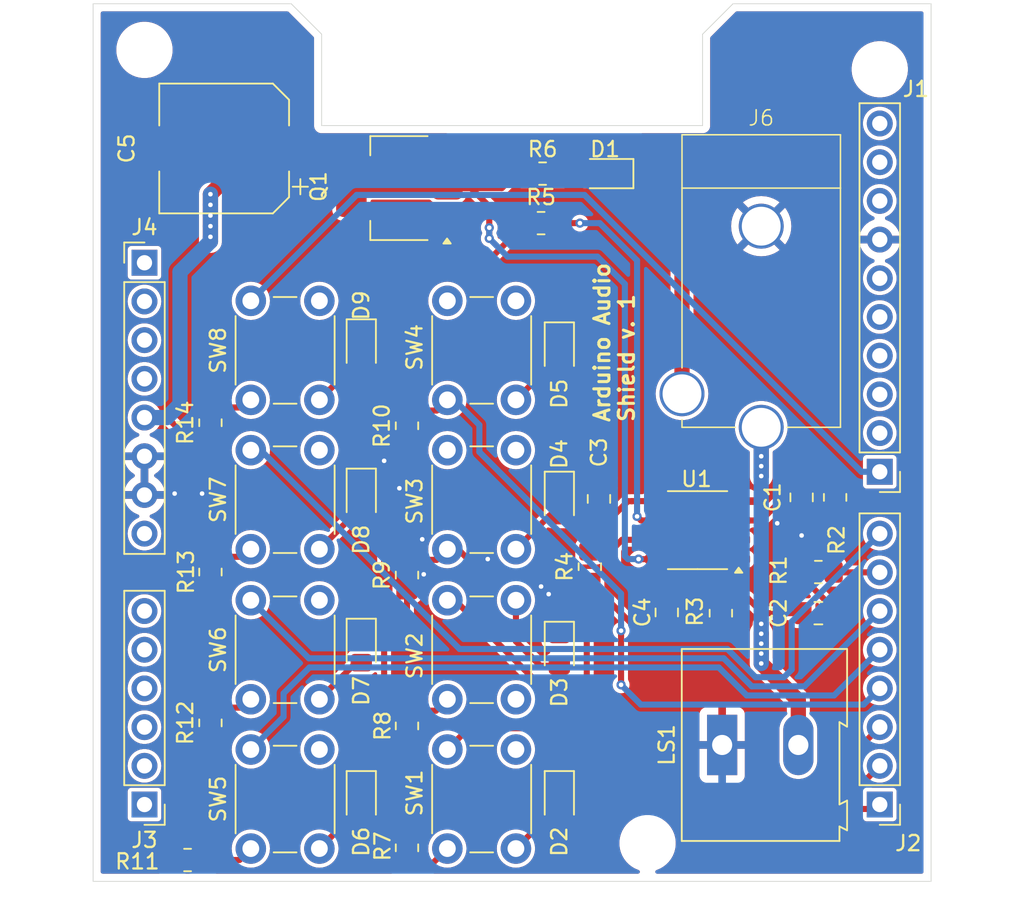
<source format=kicad_pcb>
(kicad_pcb (version 20240108) (generator "pcbnew") (generator_version "8.0")
  (layers (0 "F.Cu" signal) (31 "B.Cu" signal) (34 "B.Paste" user) (35 "F.Paste" user) (36 "B.SilkS" user "B.Silkscreen") (37 "F.SilkS" user "F.Silkscreen") (38 "B.Mask" user) (39 "F.Mask" user) (44 "Edge.Cuts" user))
  (net 0 "")
  (net 1 "Net-(U1A-+)")
  (net 2 "GND")
  (net 3 "Net-(C2-Pad1)")
  (net 4 "Net-(U1A--)")
  (net 5 "Net-(U1B-+)")
  (net 6 "Net-(C4-Pad1)")
  (net 7 "/AUDIO_SIGNAL")
  (net 8 "+5V")
  (net 9 "Net-(D1-A)")
  (net 10 "Net-(D2-A)")
  (net 11 "Net-(D3-A)")
  (net 12 "Net-(D4-A)")
  (net 13 "Net-(D5-A)")
  (net 14 "Net-(D6-A)")
  (net 15 "Net-(D7-A)")
  (net 16 "Net-(D8-A)")
  (net 17 "Net-(D9-A)")
  (net 25 "B8")
  (net 27 "B5")
  (net 28 "B7")
  (net 29 "B4")
  (net 30 "B2")
  (net 31 "B3")
  (net 32 "AUDIO_PWM")
  (net 33 "B6")
  (net 34 "B1")
  (net 46 "Net-(J6-PadTN)")
  (net 47 "Net-(Q1-E)")
  (net 48 "Net-(Q1-B)")
  (footprint "MountingHole:MountingHole_3.2mm_M3" (layer "F.Cu") (at 179.49 113.2)
    (property "Reference" "REF**" (hide yes))
    (property "Value" "MountingHole_3.2mm_M3")
    (pad "" np_thru_hole circle (at 0 0) (size 3.2 3.2) (drill 3.2) (layers "*.Cu" "*.Mask"))
  )
  (footprint "Button_Switch_THT:SW_PUSH_6mm_H5mm" (layer "F.Cu") (at 170.85 97.25 -90)
    (property "Reference" "SW2" (at 3.65 6.65 -90) (layer "F.SilkS"))
    (property "Value" "~")
    (pad "1" thru_hole circle (at 0 0) (size 2 2) (drill 1.1) (layers "*.Cu" "*.Mask") (net 11 "Net-(D3-A)"))
    (pad "1" thru_hole circle (at 6.5 0) (size 2 2) (drill 1.1) (layers "*.Cu" "*.Mask") (net 11 "Net-(D3-A)"))
    (pad "2" thru_hole circle (at 0 4.5) (size 2 2) (drill 1.1) (layers "*.Cu" "*.Mask") (net 30 "B2"))
    (pad "2" thru_hole circle (at 6.5 4.5) (size 2 2) (drill 1.1) (layers "*.Cu" "*.Mask") (net 30 "B2"))
  )
  (footprint "Resistor_SMD:R_0805_2012Metric_Pad1.20x1.40mm_HandSolder" (layer "F.Cu") (at 150.8 95.4 90)
    (property "Reference" "R13" (at 0 -1.6 -90) (layer "F.SilkS"))
    (property "Value" "220")
    (pad "1" smd roundrect (at -1 0 90) (size 1.2 1.4) (layers "F.Cu" "F.Paste" "F.Mask") (roundrect_rratio 0.208333) (net 8 "+5V"))
    (pad "2" smd roundrect (at 1 0 90) (size 1.2 1.4) (layers "F.Cu" "F.Paste" "F.Mask") (roundrect_rratio 0.208333) (net 28 "B7"))
  )
  (footprint "Capacitor_SMD:C_0805_2012Metric_Pad1.18x1.45mm_HandSolder" (layer "F.Cu") (at 189.6 90.5 90)
    (property "Reference" "C1" (at 0 -1.9 -90) (layer "F.SilkS"))
    (property "Value" "1n")
    (pad "1" smd roundrect (at -1.0375 0 90) (size 1.175 1.45) (layers "F.Cu" "F.Paste" "F.Mask") (roundrect_rratio 0.212766) (net 2 "GND"))
    (pad "2" smd roundrect (at 1.0375 0 90) (size 1.175 1.45) (layers "F.Cu" "F.Paste" "F.Mask") (roundrect_rratio 0.212766) (net 1 "Net-(U1A-+)"))
  )
  (footprint "LED_SMD:LED_0805_2012Metric_Pad1.15x1.40mm_HandSolder" (layer "F.Cu") (at 173.7 110.3225 -90)
    (property "Reference" "D2" (at 2.7775 0 90) (layer "F.SilkS"))
    (property "Value" "LED")
    (pad "1" smd roundrect (at -1.025 0 270) (size 1.15 1.4) (layers "F.Cu" "F.Paste" "F.Mask") (roundrect_rratio 0.217391) (net 2 "GND"))
    (pad "2" smd roundrect (at 1.025 0 270) (size 1.15 1.4) (layers "F.Cu" "F.Paste" "F.Mask") (roundrect_rratio 0.217391) (net 10 "Net-(D2-A)"))
  )
  (footprint "LED_SMD:LED_0805_2012Metric_Pad1.15x1.40mm_HandSolder" (layer "F.Cu") (at 173.7 90.6725 -90)
    (property "Reference" "D4" (at -3.0225 0 90) (layer "F.SilkS"))
    (property "Value" "LED")
    (pad "1" smd roundrect (at -1.025 0 270) (size 1.15 1.4) (layers "F.Cu" "F.Paste" "F.Mask") (roundrect_rratio 0.217391) (net 2 "GND"))
    (pad "2" smd roundrect (at 1.025 0 270) (size 1.15 1.4) (layers "F.Cu" "F.Paste" "F.Mask") (roundrect_rratio 0.217391) (net 12 "Net-(D4-A)"))
  )
  (footprint "Resistor_SMD:R_0805_2012Metric_Pad1.20x1.40mm_HandSolder" (layer "F.Cu") (at 172.5 72.5 180)
    (property "Reference" "R5" (at 0 1.7 180) (layer "F.SilkS"))
    (property "Value" "120")
    (pad "1" smd roundrect (at -1 0 180) (size 1.2 1.4) (layers "F.Cu" "F.Paste" "F.Mask") (roundrect_rratio 0.208333) (net 7 "/AUDIO_SIGNAL"))
    (pad "2" smd roundrect (at 1 0 180) (size 1.2 1.4) (layers "F.Cu" "F.Paste" "F.Mask") (roundrect_rratio 0.208333) (net 48 "Net-(Q1-B)"))
  )
  (footprint "MountingHole:MountingHole_3.2mm_M3" (layer "F.Cu") (at 194.73 62.4)
    (property "Reference" "REF**" (hide yes))
    (property "Value" "MountingHole_3.2mm_M3")
    (pad "" np_thru_hole circle (at 0 0) (size 3.2 3.2) (drill 3.2) (layers "*.Cu" "*.Mask"))
  )
  (footprint "Resistor_SMD:R_0805_2012Metric_Pad1.20x1.40mm_HandSolder" (layer "F.Cu") (at 163.7 95.6 90)
    (property "Reference" "R9" (at 0 -1.65 -90) (layer "F.SilkS"))
    (property "Value" "220")
    (pad "1" smd roundrect (at -1 0 90) (size 1.2 1.4) (layers "F.Cu" "F.Paste" "F.Mask") (roundrect_rratio 0.208333) (net 8 "+5V"))
    (pad "2" smd roundrect (at 1 0 90) (size 1.2 1.4) (layers "F.Cu" "F.Paste" "F.Mask") (roundrect_rratio 0.208333) (net 31 "B3"))
  )
  (footprint "Button_Switch_THT:SW_PUSH_6mm_H5mm" (layer "F.Cu") (at 170.85 107.05 -90)
    (property "Reference" "SW1" (at 2.85 6.65 -90) (layer "F.SilkS"))
    (property "Value" "~")
    (pad "1" thru_hole circle (at 0 0) (size 2 2) (drill 1.1) (layers "*.Cu" "*.Mask") (net 10 "Net-(D2-A)"))
    (pad "1" thru_hole circle (at 6.5 0) (size 2 2) (drill 1.1) (layers "*.Cu" "*.Mask") (net 10 "Net-(D2-A)"))
    (pad "2" thru_hole circle (at 0 4.5) (size 2 2) (drill 1.1) (layers "*.Cu" "*.Mask") (net 34 "B1"))
    (pad "2" thru_hole circle (at 6.5 4.5) (size 2 2) (drill 1.1) (layers "*.Cu" "*.Mask") (net 34 "B1"))
  )
  (footprint "Resistor_SMD:R_0805_2012Metric_Pad1.20x1.40mm_HandSolder" (layer "F.Cu") (at 150.8 105.3 90)
    (property "Reference" "R12" (at 0 -1.65 -90) (layer "F.SilkS"))
    (property "Value" "220")
    (pad "1" smd roundrect (at -1 0 90) (size 1.2 1.4) (layers "F.Cu" "F.Paste" "F.Mask") (roundrect_rratio 0.208333) (net 8 "+5V"))
    (pad "2" smd roundrect (at 1 0 90) (size 1.2 1.4) (layers "F.Cu" "F.Paste" "F.Mask") (roundrect_rratio 0.208333) (net 33 "B6"))
  )
  (footprint "Button_Switch_THT:SW_PUSH_6mm_H5mm" (layer "F.Cu") (at 170.85 77.6 -90)
    (property "Reference" "SW4" (at 3.05 6.65 90) (layer "F.SilkS"))
    (property "Value" "~")
    (pad "1" thru_hole circle (at 0 0) (size 2 2) (drill 1.1) (layers "*.Cu" "*.Mask") (net 13 "Net-(D5-A)"))
    (pad "1" thru_hole circle (at 6.5 0) (size 2 2) (drill 1.1) (layers "*.Cu" "*.Mask") (net 13 "Net-(D5-A)"))
    (pad "2" thru_hole circle (at 0 4.5) (size 2 2) (drill 1.1) (layers "*.Cu" "*.Mask") (net 29 "B4"))
    (pad "2" thru_hole circle (at 6.5 4.5) (size 2 2) (drill 1.1) (layers "*.Cu" "*.Mask") (net 29 "B4"))
  )
  (footprint "Capacitor_SMD:C_0805_2012Metric_Pad1.18x1.45mm_HandSolder" (layer "F.Cu") (at 176.3 90.6 -90)
    (property "Reference" "C3" (at -3.05 0 90) (layer "F.SilkS"))
    (property "Value" "1n")
    (pad "1" smd roundrect (at -1.0375 0 270) (size 1.175 1.45) (layers "F.Cu" "F.Paste" "F.Mask") (roundrect_rratio 0.212766) (net 2 "GND"))
    (pad "2" smd roundrect (at 1.0375 0 270) (size 1.175 1.45) (layers "F.Cu" "F.Paste" "F.Mask") (roundrect_rratio 0.212766) (net 5 "Net-(U1B-+)"))
  )
  (footprint "Resistor_SMD:R_0805_2012Metric_Pad1.20x1.40mm_HandSolder" (layer "F.Cu") (at 191.8 90.5 90)
    (property "Reference" "R2" (at -2.8 0.1 -90) (layer "F.SilkS"))
    (property "Value" "R27k")
    (pad "1" smd roundrect (at -1 0 90) (size 1.2 1.4) (layers "F.Cu" "F.Paste" "F.Mask") (roundrect_rratio 0.208333) (net 3 "Net-(C2-Pad1)"))
    (pad "2" smd roundrect (at 1 0 90) (size 1.2 1.4) (layers "F.Cu" "F.Paste" "F.Mask") (roundrect_rratio 0.208333) (net 1 "Net-(U1A-+)"))
  )
  (footprint "Resistor_SMD:R_0805_2012Metric_Pad1.20x1.40mm_HandSolder" (layer "F.Cu") (at 149.3 114.3)
    (property "Reference" "R11" (at -3.3 0.1 0) (layer "F.SilkS"))
    (property "Value" "220")
    (pad "1" smd roundrect (at -1 0) (size 1.2 1.4) (layers "F.Cu" "F.Paste" "F.Mask") (roundrect_rratio 0.208333) (net 8 "+5V"))
    (pad "2" smd roundrect (at 1 0) (size 1.2 1.4) (layers "F.Cu" "F.Paste" "F.Mask") (roundrect_rratio 0.208333) (net 27 "B5"))
  )
  (footprint "LED_SMD:LED_0805_2012Metric_Pad1.15x1.40mm_HandSolder" (layer "F.Cu") (at 160.7 100.3225 -90)
    (property "Reference" "D7" (at 2.8775 0 90) (layer "F.SilkS"))
    (property "Value" "LED")
    (pad "1" smd roundrect (at -1.025 0 270) (size 1.15 1.4) (layers "F.Cu" "F.Paste" "F.Mask") (roundrect_rratio 0.217391) (net 2 "GND"))
    (pad "2" smd roundrect (at 1.025 0 270) (size 1.15 1.4) (layers "F.Cu" "F.Paste" "F.Mask") (roundrect_rratio 0.217391) (net 15 "Net-(D7-A)"))
  )
  (footprint "Button_Switch_THT:SW_PUSH_6mm_H5mm" (layer "F.Cu") (at 157.95 107.05 -90)
    (property "Reference" "SW5" (at 3.25 6.65 90) (layer "F.SilkS"))
    (property "Value" "~")
    (pad "1" thru_hole circle (at 0 0) (size 2 2) (drill 1.1) (layers "*.Cu" "*.Mask") (net 14 "Net-(D6-A)"))
    (pad "1" thru_hole circle (at 6.5 0) (size 2 2) (drill 1.1) (layers "*.Cu" "*.Mask") (net 14 "Net-(D6-A)"))
    (pad "2" thru_hole circle (at 0 4.5) (size 2 2) (drill 1.1) (layers "*.Cu" "*.Mask") (net 27 "B5"))
    (pad "2" thru_hole circle (at 6.5 4.5) (size 2 2) (drill 1.1) (layers "*.Cu" "*.Mask") (net 27 "B5"))
  )
  (footprint "LED_SMD:LED_0805_2012Metric_Pad1.15x1.40mm_HandSolder" (layer "F.Cu") (at 160.7 110.3225 -90)
    (property "Reference" "D6" (at 2.7775 0 90) (layer "F.SilkS"))
    (property "Value" "LED")
    (pad "1" smd roundrect (at -1.025 0 270) (size 1.15 1.4) (layers "F.Cu" "F.Paste" "F.Mask") (roundrect_rratio 0.217391) (net 2 "GND"))
    (pad "2" smd roundrect (at 1.025 0 270) (size 1.15 1.4) (layers "F.Cu" "F.Paste" "F.Mask") (roundrect_rratio 0.217391) (net 14 "Net-(D6-A)"))
  )
  (footprint "Resistor_SMD:R_0805_2012Metric_Pad1.20x1.40mm_HandSolder" (layer "F.Cu") (at 184.3 98.1 -90)
    (property "Reference" "R3" (at -0.1 1.7 90) (layer "F.SilkS"))
    (property "Value" "1k6")
    (pad "1" smd roundrect (at -1 0 270) (size 1.2 1.4) (layers "F.Cu" "F.Paste" "F.Mask") (roundrect_rratio 0.208333) (net 4 "Net-(U1A--)"))
    (pad "2" smd roundrect (at 1 0 270) (size 1.2 1.4) (layers "F.Cu" "F.Paste" "F.Mask") (roundrect_rratio 0.208333) (net 6 "Net-(C4-Pad1)"))
  )
  (footprint "Connector_PinHeader_2.54mm:PinHeader_1x08_P2.54mm_Vertical" (layer "F.Cu") (at 194.73 110.66 180)
    (property "Reference" "J2" (at -1.87 -2.54 180) (layer "F.SilkS"))
    (property "Value" "Conn_01x08_Pin")
    (pad "1" thru_hole rect (at 0 0 180) (size 1.7 1.7) (drill 1) (layers "*.Cu" "*.Mask") (net 34 "B1"))
    (pad "2" thru_hole oval (at 0 2.54 180) (size 1.7 1.7) (drill 1) (layers "*.Cu" "*.Mask") (net 30 "B2"))
    (pad "3" thru_hole oval (at 0 5.08 180) (size 1.7 1.7) (drill 1) (layers "*.Cu" "*.Mask") (net 31 "B3"))
    (pad "4" thru_hole oval (at 0 7.62 180) (size 1.7 1.7) (drill 1) (layers "*.Cu" "*.Mask") (net 29 "B4"))
    (pad "5" thru_hole oval (at 0 10.16 180) (size 1.7 1.7) (drill 1) (layers "*.Cu" "*.Mask") (net 27 "B5"))
    (pad "6" thru_hole oval (at 0 12.7 180) (size 1.7 1.7) (drill 1) (layers "*.Cu" "*.Mask") (net 33 "B6"))
    (pad "7" thru_hole oval (at 0 15.24 180) (size 1.7 1.7) (drill 1) (layers "*.Cu" "*.Mask") (net 32 "AUDIO_PWM"))
    (pad "8" thru_hole oval (at 0 17.78 180) (size 1.7 1.7) (drill 1) (layers "*.Cu" "*.Mask") (net 28 "B7"))
  )
  (footprint "Button_Switch_THT:SW_PUSH_6mm_H5mm" (layer "F.Cu") (at 157.95 87.4 -90)
    (property "Reference" "SW7" (at 3.25 6.65 90) (layer "F.SilkS"))
    (property "Value" "~")
    (pad "1" thru_hole circle (at 0 0) (size 2 2) (drill 1.1) (layers "*.Cu" "*.Mask") (net 16 "Net-(D8-A)"))
    (pad "1" thru_hole circle (at 6.5 0) (size 2 2) (drill 1.1) (layers "*.Cu" "*.Mask") (net 16 "Net-(D8-A)"))
    (pad "2" thru_hole circle (at 0 4.5) (size 2 2) (drill 1.1) (layers "*.Cu" "*.Mask") (net 28 "B7"))
    (pad "2" thru_hole circle (at 6.5 4.5) (size 2 2) (drill 1.1) (layers "*.Cu" "*.Mask") (net 28 "B7"))
  )
  (footprint "Resistor_SMD:R_0805_2012Metric_Pad1.20x1.40mm_HandSolder" (layer "F.Cu") (at 163.7 113.5 -90)
    (property "Reference" "R7" (at -0.1 1.6 90) (layer "F.SilkS"))
    (property "Value" "220")
    (pad "1" smd roundrect (at -1 0 270) (size 1.2 1.4) (layers "F.Cu" "F.Paste" "F.Mask") (roundrect_rratio 0.208333) (net 8 "+5V"))
    (pad "2" smd roundrect (at 1 0 270) (size 1.2 1.4) (layers "F.Cu" "F.Paste" "F.Mask") (roundrect_rratio 0.208333) (net 34 "B1"))
  )
  (footprint "Resistor_SMD:R_0805_2012Metric_Pad1.20x1.40mm_HandSolder" (layer "F.Cu") (at 150.8 85.6 90)
    (property "Reference" "R14" (at 0 -1.65 -90) (layer "F.SilkS"))
    (property "Value" "220")
    (pad "1" smd roundrect (at -1 0 90) (size 1.2 1.4) (layers "F.Cu" "F.Paste" "F.Mask") (roundrect_rratio 0.208333) (net 8 "+5V"))
    (pad "2" smd roundrect (at 1 0 90) (size 1.2 1.4) (layers "F.Cu" "F.Paste" "F.Mask") (roundrect_rratio 0.208333) (net 25 "B8"))
  )
  (footprint "Button_Switch_THT:SW_PUSH_6mm_H5mm" (layer "F.Cu") (at 157.95 97.25 -90)
    (property "Reference" "SW6" (at 3.25 6.65 90) (layer "F.SilkS"))
    (property "Value" "~")
    (pad "1" thru_hole circle (at 0 0) (size 2 2) (drill 1.1) (layers "*.Cu" "*.Mask") (net 15 "Net-(D7-A)"))
    (pad "1" thru_hole circle (at 6.5 0) (size 2 2) (drill 1.1) (layers "*.Cu" "*.Mask") (net 15 "Net-(D7-A)"))
    (pad "2" thru_hole circle (at 0 4.5) (size 2 2) (drill 1.1) (layers "*.Cu" "*.Mask") (net 33 "B6"))
    (pad "2" thru_hole circle (at 6.5 4.5) (size 2 2) (drill 1.1) (layers "*.Cu" "*.Mask") (net 33 "B6"))
  )
  (footprint "Button_Switch_THT:SW_PUSH_6mm_H5mm" (layer "F.Cu") (at 170.85 87.4 -90)
    (property "Reference" "SW3" (at 3.35 6.65 -90) (layer "F.SilkS"))
    (property "Value" "~")
    (pad "1" thru_hole circle (at 0 0) (size 2 2) (drill 1.1) (layers "*.Cu" "*.Mask") (net 12 "Net-(D4-A)"))
    (pad "1" thru_hole circle (at 6.5 0) (size 2 2) (drill 1.1) (layers "*.Cu" "*.Mask") (net 12 "Net-(D4-A)"))
    (pad "2" thru_hole circle (at 0 4.5) (size 2 2) (drill 1.1) (layers "*.Cu" "*.Mask") (net 31 "B3"))
    (pad "2" thru_hole circle (at 6.5 4.5) (size 2 2) (drill 1.1) (layers "*.Cu" "*.Mask") (net 31 "B3"))
  )
  (footprint "Resistor_SMD:R_0805_2012Metric_Pad1.20x1.40mm_HandSolder" (layer "F.Cu") (at 175.7 95.05 90)
    (property "Reference" "R4" (at 0 -1.65 -90) (layer "F.SilkS"))
    (property "Value" "3k")
    (pad "1" smd roundrect (at -1 0 90) (size 1.2 1.4) (layers "F.Cu" "F.Paste" "F.Mask") (roundrect_rratio 0.208333) (net 6 "Net-(C4-Pad1)"))
    (pad "2" smd roundrect (at 1 0 90) (size 1.2 1.4) (layers "F.Cu" "F.Paste" "F.Mask") (roundrect_rratio 0.208333) (net 5 "Net-(U1B-+)"))
  )
  (footprint "Connector_PinHeader_2.54mm:PinHeader_1x10_P2.54mm_Vertical" (layer "F.Cu") (at 194.73 88.82 180)
    (property "Reference" "J1" (at -2.37 25.12 180) (layer "F.SilkS"))
    (property "Value" "Conn_01x10_Pin")
    (pad "1" thru_hole rect (at 0 0 180) (size 1.7 1.7) (drill 1) (layers "*.Cu" "*.Mask") (net 25 "B8"))
    (pad "2" thru_hole oval (at 0 2.54 180) (size 1.7 1.7) (drill 1) (layers "*.Cu" "*.Mask"))
    (pad "3" thru_hole oval (at 0 5.08 180) (size 1.7 1.7) (drill 1) (layers "*.Cu" "*.Mask"))
    (pad "4" thru_hole oval (at 0 7.62 180) (size 1.7 1.7) (drill 1) (layers "*.Cu" "*.Mask"))
    (pad "5" thru_hole oval (at 0 10.16 180) (size 1.7 1.7) (drill 1) (layers "*.Cu" "*.Mask"))
    (pad "6" thru_hole oval (at 0 12.7 180) (size 1.7 1.7) (drill 1) (layers "*.Cu" "*.Mask"))
    (pad "7" thru_hole oval (at 0 15.24 180) (size 1.7 1.7) (drill 1) (layers "*.Cu" "*.Mask") (net 2 "GND"))
    (pad "8" thru_hole oval (at 0 17.78 180) (size 1.7 1.7) (drill 1) (layers "*.Cu" "*.Mask"))
    (pad "9" thru_hole oval (at 0 20.32 180) (size 1.7 1.7) (drill 1) (layers "*.Cu" "*.Mask"))
    (pad "10" thru_hole oval (at 0 22.86 180) (size 1.7 1.7) (drill 1) (layers "*.Cu" "*.Mask"))
  )
  (footprint "LED_SMD:LED_0805_2012Metric_Pad1.15x1.40mm_HandSolder" (layer "F.Cu") (at 176.7 69.25 180)
    (property "Reference" "D1" (at 0 1.6 180) (layer "F.SilkS"))
    (property "Value" "LED")
    (pad "1" smd roundrect (at -1.025 0 180) (size 1.15 1.4) (layers "F.Cu" "F.Paste" "F.Mask") (roundrect_rratio 0.217391) (net 2 "GND"))
    (pad "2" smd roundrect (at 1.025 0 180) (size 1.15 1.4) (layers "F.Cu" "F.Paste" "F.Mask") (roundrect_rratio 0.217391) (net 9 "Net-(D1-A)"))
  )
  (footprint "LED_SMD:LED_0805_2012Metric_Pad1.15x1.40mm_HandSolder" (layer "F.Cu") (at 173.7 80.8725 -90)
    (property "Reference" "D5" (at 2.8275 0 90) (layer "F.SilkS"))
    (property "Value" "LED")
    (pad "1" smd roundrect (at -1.025 0 270) (size 1.15 1.4) (layers "F.Cu" "F.Paste" "F.Mask") (roundrect_rratio 0.217391) (net 2 "GND"))
    (pad "2" smd roundrect (at 1.025 0 270) (size 1.15 1.4) (layers "F.Cu" "F.Paste" "F.Mask") (roundrect_rratio 0.217391) (net 13 "Net-(D5-A)"))
  )
  (footprint "Button_Switch_THT:SW_PUSH_6mm_H5mm" (layer "F.Cu") (at 157.95 77.6 -90)
    (property "Reference" "SW8" (at 3.25 6.65 90) (layer "F.SilkS"))
    (property "Value" "~")
    (pad "1" thru_hole circle (at 0 0) (size 2 2) (drill 1.1) (layers "*.Cu" "*.Mask") (net 17 "Net-(D9-A)"))
    (pad "1" thru_hole circle (at 6.5 0) (size 2 2) (drill 1.1) (layers "*.Cu" "*.Mask") (net 17 "Net-(D9-A)"))
    (pad "2" thru_hole circle (at 0 4.5) (size 2 2) (drill 1.1) (layers "*.Cu" "*.Mask") (net 25 "B8"))
    (pad "2" thru_hole circle (at 6.5 4.5) (size 2 2) (drill 1.1) (layers "*.Cu" "*.Mask") (net 25 "B8"))
  )
  (footprint "Resistor_SMD:R_0805_2012Metric_Pad1.20x1.40mm_HandSolder" (layer "F.Cu") (at 190.7 95.4 180)
    (property "Reference" "R1" (at 2.6 0.1 -90) (layer "F.SilkS"))
    (property "Value" "13k")
    (pad "1" smd roundrect (at -1 0 180) (size 1.2 1.4) (layers "F.Cu" "F.Paste" "F.Mask") (roundrect_rratio 0.208333) (net 32 "AUDIO_PWM"))
    (pad "2" smd roundrect (at 1 0 180) (size 1.2 1.4) (layers "F.Cu" "F.Paste" "F.Mask") (roundrect_rratio 0.208333) (net 3 "Net-(C2-Pad1)"))
  )
  (footprint "Capacitor_SMD:C_0805_2012Metric_Pad1.18x1.45mm_HandSolder" (layer "F.Cu") (at 180.75 98.05 90)
    (property "Reference" "C4" (at 0 -1.6 -90) (layer "F.SilkS"))
    (property "Value" "56n")
    (pad "1" smd roundrect (at -1.0375 0 90) (size 1.175 1.45) (layers "F.Cu" "F.Paste" "F.Mask") (roundrect_rratio 0.212766) (net 6 "Net-(C4-Pad1)"))
    (pad "2" smd roundrect (at 1.0375 0 90) (size 1.175 1.45) (layers "F.Cu" "F.Paste" "F.Mask") (roundrect_rratio 0.212766) (net 7 "/AUDIO_SIGNAL"))
  )
  (footprint "LED_SMD:LED_0805_2012Metric_Pad1.15x1.40mm_HandSolder" (layer "F.Cu") (at 160.7 90.4725 -90)
    (property "Reference" "D8" (at 2.8 0 90) (layer "F.SilkS"))
    (property "Value" "LED")
    (pad "1" smd roundrect (at -1.025 0 270) (size 1.15 1.4) (layers "F.Cu" "F.Paste" "F.Mask") (roundrect_rratio 0.217391) (net 2 "GND"))
    (pad "2" smd roundrect (at 1.025 0 270) (size 1.15 1.4) (layers "F.Cu" "F.Paste" "F.Mask") (roundrect_rratio 0.217391) (net 16 "Net-(D8-A)"))
  )
  (footprint "Capacitor_SMD:C_0805_2012Metric_Pad1.18x1.45mm_HandSolder" (layer "F.Cu") (at 190.7 98.1 180)
    (property "Reference" "C2" (at 2.6 0 -90) (layer "F.SilkS"))
    (property "Value" "27n")
    (pad "1" smd roundrect (at -1.0375 0 180) (size 1.175 1.45) (layers "F.Cu" "F.Paste" "F.Mask") (roundrect_rratio 0.212766) (net 3 "Net-(C2-Pad1)"))
    (pad "2" smd roundrect (at 1.0375 0 180) (size 1.175 1.45) (layers "F.Cu" "F.Paste" "F.Mask") (roundrect_rratio 0.212766) (net 4 "Net-(U1A--)"))
  )
  (footprint "Connector_PinHeader_2.54mm:PinHeader_1x06_P2.54mm_Vertical" (layer "F.Cu") (at 146.47 110.66 180)
    (property "Reference" "J3" (at 0 -2.33 180) (layer "F.SilkS"))
    (property "Value" "Conn_01x06_Pin")
    (pad "1" thru_hole rect (at 0 0 180) (size 1.7 1.7) (drill 1) (layers "*.Cu" "*.Mask"))
    (pad "2" thru_hole oval (at 0 2.54 180) (size 1.7 1.7) (drill 1) (layers "*.Cu" "*.Mask"))
    (pad "3" thru_hole oval (at 0 5.08 180) (size 1.7 1.7) (drill 1) (layers "*.Cu" "*.Mask"))
    (pad "4" thru_hole oval (at 0 7.62 180) (size 1.7 1.7) (drill 1) (layers "*.Cu" "*.Mask"))
    (pad "5" thru_hole oval (at 0 10.16 180) (size 1.7 1.7) (drill 1) (layers "*.Cu" "*.Mask"))
    (pad "6" thru_hole oval (at 0 12.7 180) (size 1.7 1.7) (drill 1) (layers "*.Cu" "*.Mask"))
  )
  (footprint "Resistor_SMD:R_0805_2012Metric_Pad1.20x1.40mm_HandSolder" (layer "F.Cu") (at 172.6 69.25)
    (property "Reference" "R6" (at 0 -1.6 180) (layer "F.SilkS"))
    (property "Value" "220")
    (pad "1" smd roundrect (at -1 0) (size 1.2 1.4) (layers "F.Cu" "F.Paste" "F.Mask") (roundrect_rratio 0.208333) (net 8 "+5V"))
    (pad "2" smd roundrect (at 1 0) (size 1.2 1.4) (layers "F.Cu" "F.Paste" "F.Mask") (roundrect_rratio 0.208333) (net 9 "Net-(D1-A)"))
  )
  (footprint "Connector_PinHeader_2.54mm:PinHeader_1x08_P2.54mm_Vertical" (layer "F.Cu") (at 146.47 75.1)
    (property "Reference" "J4" (at 0 -2.33 0) (layer "F.SilkS"))
    (property "Value" "Conn_01x08_Pin")
    (pad "1" thru_hole rect (at 0 0) (size 1.7 1.7) (drill 1) (layers "*.Cu" "*.Mask"))
    (pad "2" thru_hole oval (at 0 2.54) (size 1.7 1.7) (drill 1) (layers "*.Cu" "*.Mask"))
    (pad "3" thru_hole oval (at 0 5.08) (size 1.7 1.7) (drill 1) (layers "*.Cu" "*.Mask"))
    (pad "4" thru_hole oval (at 0 7.62) (size 1.7 1.7) (drill 1) (layers "*.Cu" "*.Mask"))
    (pad "5" thru_hole oval (at 0 10.16) (size 1.7 1.7) (drill 1) (layers "*.Cu" "*.Mask") (net 8 "+5V"))
    (pad "6" thru_hole oval (at 0 12.7) (size 1.7 1.7) (drill 1) (layers "*.Cu" "*.Mask") (net 2 "GND"))
    (pad "7" thru_hole oval (at 0 15.24) (size 1.7 1.7) (drill 1) (layers "*.Cu" "*.Mask") (net 2 "GND"))
    (pad "8" thru_hole oval (at 0 17.78) (size 1.7 1.7) (drill 1) (layers "*.Cu" "*.Mask"))
  )
  (footprint "Resistor_SMD:R_0805_2012Metric_Pad1.20x1.40mm_HandSolder" (layer "F.Cu") (at 163.7 105.5 90)
    (property "Reference" "R8" (at 0 -1.6 -90) (layer "F.SilkS"))
    (property "Value" "220")
    (pad "1" smd roundrect (at -1 0 90) (size 1.2 1.4) (layers "F.Cu" "F.Paste" "F.Mask") (roundrect_rratio 0.208333) (net 8 "+5V"))
    (pad "2" smd roundrect (at 1 0 90) (size 1.2 1.4) (layers "F.Cu" "F.Paste" "F.Mask") (roundrect_rratio 0.208333) (net 30 "B2"))
  )
  (footprint "LED_SMD:LED_0805_2012Metric_Pad1.15x1.40mm_HandSolder" (layer "F.Cu") (at 160.7 80.6725 -90)
    (property "Reference" "D9" (at -2.7725 0 90) (layer "F.SilkS"))
    (property "Value" "LED")
    (pad "1" smd roundrect (at -1.025 0 270) (size 1.15 1.4) (layers "F.Cu" "F.Paste" "F.Mask") (roundrect_rratio 0.217391) (net 2 "GND"))
    (pad "2" smd roundrect (at 1.025 0 270) (size 1.15 1.4) (layers "F.Cu" "F.Paste" "F.Mask") (roundrect_rratio 0.217391) (net 17 "Net-(D9-A)"))
  )
  (footprint "Capacitor_SMD:CP_Elec_8x10" (layer "F.Cu") (at 151.7 67.6 180)
    (property "Reference" "C5" (at 6.4 0 -90) (layer "F.SilkS"))
    (property "Value" "1000u")
    (pad "1" smd roundrect (at -3.25 0 180) (size 3.5 2.5) (layers "F.Cu" "F.Paste" "F.Mask") (roundrect_rratio 0.1) (net 8 "+5V"))
    (pad "2" smd roundrect (at 3.25 0 180) (size 3.5 2.5) (layers "F.Cu" "F.Paste" "F.Mask") (roundrect_rratio 0.1) (net 2 "GND"))
  )
  (footprint "Package_TO_SOT_SMD:SOT-223-3_TabPin2" (layer "F.Cu") (at 163.2 70.2 180)
    (property "Reference" "Q1" (at 5.3 0.1 -90) (layer "F.SilkS"))
    (property "Value" "BCP56")
    (pad "1" smd roundrect (at -3.15 -2.3 180) (size 2 1.5) (layers "F.Cu" "F.Paste" "F.Mask") (net 48 "Net-(Q1-B)"))
    (pad "2" smd roundrect (at -3.15 0 180) (size 2 1.5) (layers "F.Cu" "F.Paste" "F.Mask") (net 8 "+5V"))
    (pad "2" smd roundrect (at 3.15 0 180) (size 2 3.8) (layers "F.Cu" "F.Paste" "F.Mask") (net 8 "+5V"))
    (pad "3" smd roundrect (at -3.15 2.3 180) (size 2 1.5) (layers "F.Cu" "F.Paste" "F.Mask") (net 47 "Net-(Q1-E)"))
  )
  (footprint "MountingHole:MountingHole_3.2mm_M3" (layer "F.Cu") (at 146.47 61.13)
    (property "Reference" "REF**" (hide yes))
    (property "Value" "MountingHole_3.2mm_M3")
    (pad "" np_thru_hole circle (at 0 0) (size 3.2 3.2) (drill 3.2) (layers "F&B.Cu" "*.Mask"))
  )
  (footprint "TerminalBlock:TerminalBlock_Altech_AK300-2_P5.00mm" (layer "F.Cu") (at 184.385 106.75)
    (property "Reference" "LS1" (at -3.635 0 90) (layer "F.SilkS"))
    (property "Value" "Speaker")
    (pad "1" thru_hole rect (at 0 0) (size 1.98 3.96) (drill 1.32) (layers "*.Cu" "*.Mask") (net 2 "GND"))
    (pad "2" thru_hole oval (at 5 0) (size 1.98 3.96) (drill 1.32) (layers "*.Cu" "*.Mask") (net 46 "Net-(J6-PadTN)"))
  )
  (footprint "Package_SO:SOIC-8-1EP_3.9x4.9mm_P1.27mm_EP2.29x3mm" (layer "F.Cu") (at 182.77 92.65 180)
    (property "Reference" "U1" (at 0.07 3.35 180) (layer "F.SilkS"))
    (property "Value" "MCP6002-xSN")
    (pad "1" smd roundrect (at -2.475 -1.905 180) (size 1.95 0.6) (layers "F.Cu" "F.Paste" "F.Mask") (net 4 "Net-(U1A--)"))
    (pad "2" smd roundrect (at -2.475 -0.635 180) (size 1.95 0.6) (layers "F.Cu" "F.Paste" "F.Mask") (net 4 "Net-(U1A--)"))
    (pad "3" smd roundrect (at -2.475 0.635 180) (size 1.95 0.6) (layers "F.Cu" "F.Paste" "F.Mask") (net 1 "Net-(U1A-+)"))
    (pad "4" smd roundrect (at -2.475 1.905 180) (size 1.95 0.6) (layers "F.Cu" "F.Paste" "F.Mask") (net 2 "GND"))
    (pad "5" smd roundrect (at 2.475 1.905 180) (size 1.95 0.6) (layers "F.Cu" "F.Paste" "F.Mask") (net 5 "Net-(U1B-+)"))
    (pad "6" smd roundrect (at 2.475 0.635 180) (size 1.95 0.6) (layers "F.Cu" "F.Paste" "F.Mask") (net 7 "/AUDIO_SIGNAL"))
    (pad "7" smd roundrect (at 2.475 -0.635 180) (size 1.95 0.6) (layers "F.Cu" "F.Paste" "F.Mask") (net 7 "/AUDIO_SIGNAL"))
    (pad "8" smd roundrect (at 2.475 -1.905 180) (size 1.95 0.6) (layers "F.Cu" "F.Paste" "F.Mask") (net 8 "+5V"))
    (pad "9" smd rect (at 0 0 180) (size 2.29 3) (property pad_prop_heatsink) (layers "F.Cu" "F.Mask"))
  )
  (footprint "LED_SMD:LED_0805_2012Metric_Pad1.15x1.40mm_HandSolder" (layer "F.Cu") (at 173.7 100.5225 -90)
    (property "Reference" "D3" (at 2.7775 0 90) (layer "F.SilkS"))
    (property "Value" "LED")
    (pad "1" smd roundrect (at -1.025 0 270) (size 1.15 1.4) (layers "F.Cu" "F.Paste" "F.Mask") (roundrect_rratio 0.217391) (net 2 "GND"))
    (pad "2" smd roundrect (at 1.025 0 270) (size 1.15 1.4) (layers "F.Cu" "F.Paste" "F.Mask") (roundrect_rratio 0.217391) (net 11 "Net-(D3-A)"))
  )
  (footprint "Kurs_PCB:Jack_3.5mm_Cliff_FC68118_Horizontal" (layer "F.Cu") (at 186.949797 72.7 -90)
    (property "Reference" "J6" (at -7.1 -0.000203 0) (layer "F.SilkS") (effects (font (thickness 0.1))))
    (property "Value" "AudioJack2_SwitchT")
    (pad "S" thru_hole circle (at 0 0 270) (size 2.95 2.95) (drill 2.55) (layers "*.Cu" "*.Mask") (net 2 "GND"))
    (pad "T" thru_hole circle (at 11 5.2 270) (size 2.95 2.95) (drill 2.55) (layers "*.Cu" "*.Mask") (net 47 "Net-(Q1-E)"))
    (pad "TN" thru_hole circle (at 13.2 0 270) (size 2.95 2.95) (drill 2.55) (layers "*.Cu" "*.Mask") (net 46 "Net-(J6-PadTN)"))
  )
  (footprint "Resistor_SMD:R_0805_2012Metric_Pad1.20x1.40mm_HandSolder" (layer "F.Cu") (at 163.7 85.8 90)
    (property "Reference" "R10" (at 0 -1.65 -90) (layer "F.SilkS"))
    (property "Value" "220")
    (pad "1" smd roundrect (at -1 0 90) (size 1.2 1.4) (layers "F.Cu" "F.Paste" "F.Mask") (roundrect_rratio 0.208333) (net 8 "+5V"))
    (pad "2" smd roundrect (at 1 0 90) (size 1.2 1.4) (layers "F.Cu" "F.Paste" "F.Mask") (roundrect_rratio 0.208333) (net 29 "B4"))
  )
  (gr_line (start 198.1 58.1) (end 185.1 58.1) (stroke (width 0.05)) (layer "Edge.Cuts"))
  (gr_line (start 158.1 66.1) (end 183.1 66.1) (stroke (width 0.05)) (layer "Edge.Cuts"))
  (gr_line (start 158.1 66.1) (end 158.1 60.1) (stroke (width 0.05)) (layer "Edge.Cuts"))
  (gr_line (start 143.1 115.7) (end 198.1 115.7) (stroke (width 0.05)) (layer "Edge.Cuts"))
  (gr_line (start 185.1 58.1) (end 183.1 60.1) (stroke (width 0.05)) (layer "Edge.Cuts"))
  (gr_line (start 198.1 115.7) (end 198.1 58.1) (stroke (width 0.05)) (layer "Edge.Cuts"))
  (gr_line (start 158.1 60.1) (end 156.1 58.1) (stroke (width 0.05)) (layer "Edge.Cuts"))
  (gr_line (start 143.1 115.7) (end 143.1 58.1) (stroke (width 0.05)) (layer "Edge.Cuts"))
  (gr_line (start 183.1 66.1) (end 183.1 60.1) (stroke (width 0.05)) (layer "Edge.Cuts"))
  (gr_line (start 143.1 58.1) (end 156.1 58.1) (stroke (width 0.05)) (layer "Edge.Cuts"))
  (gr_text "Arduino Audio \nShield v. 1" (at 178.7 85.65 90) (layer "F.SilkS") (effects (font (size 1 1) (thickness 0.2) (bold yes)) (justify left bottom)))
  (segment (start 189.6 89.4625) (end 189.4875 89.4625) (width 0.4) (layer "F.Cu") (net 1))
  (segment (start 186.935 92.015) (end 185.245 92.015) (width 0.4) (layer "F.Cu") (net 1))
  (segment (start 189.4875 89.4625) (end 186.935 92.015) (width 0.4) (layer "F.Cu") (net 1))
  (segment (start 189.6375 89.5) (end 189.6 89.4625) (width 0.4) (layer "F.Cu") (net 1))
  (segment (start 191.8 89.5) (end 189.6375 89.5) (width 0.4) (layer "F.Cu") (net 1))
  (via (at 173 96.85) (size 0.6) (drill 0.3) (layers "F.Cu" "B.Cu") (net 2))
  (via (at 189.6 93) (size 0.6) (drill 0.3) (layers "F.Cu" "B.Cu") (net 2))
  (via (at 148.45 90.25) (size 0.6) (drill 0.3) (layers "F.Cu" "B.Cu") (net 2))
  (via (at 162.2 88.1) (size 0.6) (drill 0.3) (layers "F.Cu" "B.Cu") (net 2))
  (via (at 188 92.2) (size 0.6) (drill 0.3) (layers "F.Cu" "B.Cu") (net 2))
  (via (at 150.25 90.25) (size 0.6) (drill 0.3) (layers "F.Cu" "B.Cu") (net 2))
  (via (at 164.7 93.25) (size 0.6) (drill 0.3) (layers "F.Cu" "B.Cu") (net 2))
  (via (at 169 94.55) (size 0.6) (drill 0.3) (layers "F.Cu" "B.Cu") (net 2))
  (via (at 172.5 96.35) (size 0.6) (drill 0.3) (layers "F.Cu" "B.Cu") (net 2))
  (via (at 163.2 89.9) (size 0.6) (drill 0.3) (layers "F.Cu" "B.Cu") (net 2))
  (via (at 164.8 95.55) (size 0.6) (drill 0.3) (layers "F.Cu" "B.Cu") (net 2))
  (segment (start 189.7 94.25) (end 191.8 92.15) (width 0.4) (layer "F.Cu") (net 3))
  (segment (start 189.7 95.4) (end 189.7 94.25) (width 0.4) (layer "F.Cu") (net 3))
  (segment (start 191.8 92.15) (end 191.8 91.5) (width 0.4) (layer "F.Cu") (net 3))
  (segment (start 191.7375 97.8375) (end 189.7 95.8) (width 0.4) (layer "F.Cu") (net 3))
  (segment (start 189.7 95.8) (end 189.7 95.4) (width 0.4) (layer "F.Cu") (net 3))
  (segment (start 191.7375 98.1) (end 191.7375 97.8375) (width 0.4) (layer "F.Cu") (net 3))
  (segment (start 187.05 98.1) (end 186.05 97.1) (width 0.4) (layer "F.Cu") (net 4))
  (segment (start 189.6625 98.1) (end 187.05 98.1) (width 0.4) (layer "F.Cu") (net 4))
  (segment (start 184.3 97.1) (end 184.3 95.5) (width 0.4) (layer "F.Cu") (net 4))
  (segment (start 185.245 94.555) (end 185.245 93.285) (width 0.4) (layer "F.Cu") (net 4))
  (segment (start 184.3 95.5) (end 185.245 94.555) (width 0.4) (layer "F.Cu") (net 4))
  (segment (start 186.05 97.1) (end 184.3 97.1) (width 0.4) (layer "F.Cu") (net 4))
  (segment (start 178.45 90.75) (end 178.455 90.745) (width 0.4) (layer "F.Cu") (net 5))
  (segment (start 178.455 90.745) (end 180.295 90.745) (width 0.4) (layer "F.Cu") (net 5))
  (segment (start 176.3 91.6375) (end 177.3125 91.6375) (width 0.4) (layer "F.Cu") (net 5))
  (segment (start 175.7 94.05) (end 175.7 92.2375) (width 0.4) (layer "F.Cu") (net 5))
  (segment (start 177.3125 91.6375) (end 178.2 90.75) (width 0.4) (layer "F.Cu") (net 5))
  (segment (start 178.2 90.75) (end 178.45 90.75) (width 0.4) (layer "F.Cu") (net 5))
  (segment (start 175.7 92.2375) (end 176.3 91.6375) (width 0.4) (layer "F.Cu") (net 5))
  (segment (start 178.7375 99.0875) (end 175.7 96.05) (width 0.4) (layer "F.Cu") (net 6))
  (segment (start 180.75 99.0875) (end 178.7375 99.0875) (width 0.4) (layer "F.Cu") (net 6))
  (segment (start 180.7625 99.1) (end 180.75 99.0875) (width 0.4) (layer "F.Cu") (net 6))
  (segment (start 184.3 99.1) (end 180.7625 99.1) (width 0.4) (layer "F.Cu") (net 6))
  (segment (start 179.065 92.015) (end 180.295 92.015) (width 0.4) (layer "F.Cu") (net 7))
  (segment (start 180.295 93.285) (end 180.295 92.015) (width 0.4) (layer "F.Cu") (net 7))
  (segment (start 179.2625 97.0125) (end 177.3 95.05) (width 0.4) (layer "F.Cu") (net 7))
  (segment (start 177.3 95.05) (end 177.3 93.8) (width 0.4) (layer "F.Cu") (net 7))
  (segment (start 173.5 72.5) (end 175.05 72.5) (width 0.4) (layer "F.Cu") (net 7))
  (segment (start 180.75 97.0125) (end 179.2625 97.0125) (width 0.4) (layer "F.Cu") (net 7))
  (segment (start 178.8 91.75) (end 179.065 92.015) (width 0.4) (layer "F.Cu") (net 7))
  (segment (start 177.3 93.8) (end 177.815 93.285) (width 0.4) (layer "F.Cu") (net 7))
  (segment (start 177.815 93.285) (end 180.295 93.285) (width 0.4) (layer "F.Cu") (net 7))
  (via (at 178.8 91.75) (size 0.6) (drill 0.3) (layers "F.Cu" "B.Cu") (net 7))
  (via (at 175.05 72.5) (size 0.6) (drill 0.3) (layers "F.Cu" "B.Cu") (net 7))
  (segment (start 175.05 72.5) (end 176.351472 72.5) (width 0.4) (layer "B.Cu") (net 7))
  (segment (start 178.8 74.948528) (end 178.8 91.75) (width 0.4) (layer "B.Cu") (net 7))
  (segment (start 176.351472 72.5) (end 178.8 74.948528) (width 0.4) (layer "B.Cu") (net 7))
  (segment (start 178.8 91.75) (end 178.8 91.7) (width 0.4) (layer "B.Cu") (net 7))
  (segment (start 169.1 71.4) (end 169.1 73.5) (width 0.4) (layer "F.Cu") (net 8))
  (segment (start 146.47 85.26) (end 147.96 85.26) (width 0.4) (layer "F.Cu") (net 8))
  (segment (start 149.3 86.6) (end 150.8 86.6) (width 0.4) (layer "F.Cu") (net 8))
  (segment (start 150.8 70.6) (end 150.8 73.7) (width 1) (layer "F.Cu") (net 8))
  (segment (start 161.8 84.9) (end 163.7 86.8) (width 0.4) (layer "F.Cu") (net 8))
  (segment (start 160.05 70.2) (end 166.35 70.2) (width 1) (layer "F.Cu") (net 8))
  (segment (start 148.3 114.3) (end 148.3 113.3) (width 0.4) (layer "F.Cu") (net 8))
  (segment (start 166.35 70.2) (end 167.9 70.2) (width 0.4) (layer "F.Cu") (net 8))
  (segment (start 169.925 70.2) (end 170.875 69.25) (width 0.4) (layer "F.Cu") (net 8))
  (segment (start 162.7 89.148666) (end 162.2 89.648666) (width 0.4) (layer "F.Cu") (net 8))
  (segment (start 163.7 96.6) (end 163.7 98) (width 0.4) (layer "F.Cu") (net 8))
  (segment (start 148.3 113.3) (end 149.3 112.3) (width 0.4) (layer "F.Cu") (net 8))
  (segment (start 154.95 67.6) (end 153.8 67.6) (width 1) (layer "F.Cu") (net 8))
  (segment (start 153.8 67.6) (end 150.8 70.6) (width 1) (layer "F.Cu") (net 8))
  (segment (start 163.7 106.5) (end 163.7 107.6) (width 0.4) (layer "F.Cu") (net 8))
  (segment (start 149.3 112.3) (end 149.3 108.9) (width 0.4) (layer "F.Cu") (net 8))
  (segment (start 163.7 98) (end 162.2 99.5) (width 0.4) (layer "F.Cu") (net 8))
  (segment (start 167.9 70.2) (end 169.1 71.4) (width 0.4) (layer "F.Cu") (net 8))
  (segment (start 162.9 82.7) (end 161.8 83.8) (width 0.4) (layer "F.Cu") (net 8))
  (segment (start 162.6 111.4) (end 163.7 112.5) (width 0.4) (layer "F.Cu") (net 8))
  (segment (start 157.45 67.6) (end 160.05 70.2) (width 1) (layer "F.Cu") (net 8))
  (segment (start 150.8 107.4) (end 150.8 106.3) (width 0.4) (layer "F.Cu") (net 8))
  (segment (start 180.295 94.555) (end 178.745 94.555) (width 0.4) (layer "F.Cu") (net 8))
  (segment (start 149.3 108.9) (end 150.8 107.4) (width 0.4) (layer "F.Cu") (net 8))
  (segment (start 160.05 74.25) (end 162.9 77.1) (width 0.4) (layer "F.Cu") (net 8))
  (segment (start 162.2 89.648666) (end 162.2 95.1) (width 0.4) (layer "F.Cu") (net 8))
  (segment (start 149.3 98.4) (end 149.3 104.8) (width 0.4) (layer "F.Cu") (net 8))
  (segment (start 170.875 69.25) (end 171.6 69.25) (width 0.4) (layer "F.Cu") (net 8))
  (segment (start 166.35 70.2) (end 169.925 70.2) (width 0.4) (layer "F.Cu") (net 8))
  (segment (start 160.05 70.2) (end 160.05 74.25) (width 0.4) (layer "F.Cu") (net 8))
  (segment (start 150.8 96.126166) (end 149.3 94.626166) (width 0.4) (layer "F.Cu") (net 8))
  (segment (start 162.2 99.5) (end 162.2 105) (width 0.4) (layer "F.Cu") (net 8))
  (segment (start 162.6 108.7) (end 162.6 111.4) (width 0.4) (layer "F.Cu") (net 8))
  (segment (start 162.2 105) (end 163.7 106.5) (width 0.4) (layer "F.Cu") (net 8))
  (segment (start 150.8 96.4) (end 150.8 96.126166) (width 0.4) (layer "F.Cu") (net 8))
  (segment (start 163.7 107.6) (end 162.6 108.7) (width 0.4) (layer "F.Cu") (net 8))
  (segment (start 163.7 88.1) (end 162.7 89.1) (width 0.4) (layer "F.Cu") (net 8))
  (segment (start 149.3 104.8) (end 150.8 106.3) (width 0.4) (layer "F.Cu") (net 8))
  (segment (start 162.7 89.1) (end 162.7 89.148666) (width 0.4) (layer "F.Cu") (net 8))
  (segment (start 149.3 94.626166) (end 149.3 86.6) (width 0.4) (layer "F.Cu") (net 8))
  (segment (start 150.8 96.4) (end 150.8 96.9) (width 0.4) (layer "F.Cu") (net 8))
  (segment (start 147.96 85.26) (end 149.3 86.6) (width 0.4) (layer "F.Cu") (net 8))
  (segment (start 161.8 83.8) (end 161.8 84.9) (width 0.4) (layer "F.Cu") (net 8))
  (segment (start 162.9 77.1) (end 162.9 82.7) (width 0.4) (layer "F.Cu") (net 8))
  (segment (start 154.95 67.6) (end 157.45 67.6) (width 1) (layer "F.Cu") (net 8))
  (segment (start 163.7 86.8) (end 163.7 88.1) (width 0.4) (layer "F.Cu") (net 8))
  (segment (start 162.2 95.1) (end 163.7 96.6) (width 0.4) (layer "F.Cu") (net 8))
  (segment (start 150.8 96.9) (end 149.3 98.4) (width 0.4) (layer "F.Cu") (net 8))
  (via (at 169.1 73.5) (size 0.6) (drill 0.3) (layers "F.Cu" "B.Cu") (net 8))
  (via (at 150.8 72) (size 0.6) (drill 0.3) (layers "F.Cu" "B.Cu") (net 8))
  (via (at 169.1 72.8) (size 0.6) (drill 0.3) (layers "F.Cu" "B.Cu") (net 8))
  (via (at 150.8 71.3) (size 0.6) (drill 0.3) (layers "F.Cu" "B.Cu") (net 8))
  (via (at 178.9 94.55) (size 0.6) (drill 0.3) (layers "F.Cu" "B.Cu") (net 8))
  (via (at 150.8 73.4) (size 0.6) (drill 0.3) (layers "F.Cu" "B.Cu") (net 8))
  (via (at 150.8 72.7) (size 0.6) (drill 0.3) (layers "F.Cu" "B.Cu") (net 8))
  (via (at 150.8 70.6) (size 0.6) (drill 0.3) (layers "F.Cu" "B.Cu") (net 8))
  (segment (start 150.8 72) (end 150.8 71.3) (width 1) (layer "B.Cu") (net 8))
  (segment (start 148.8 75.7) (end 150.8 73.7) (width 1) (layer "B.Cu") (net 8))
  (segment (start 178.75 94.55) (end 178.9 94.55) (width 0.4) (layer "B.Cu") (net 8))
  (segment (start 150.8 73.4) (end 150.8 72.7) (width 1) (layer "B.Cu") (net 8))
  (segment (start 178 94.35) (end 178.2 94.55) (width 0.4) (layer "B.Cu") (net 8))
  (segment (start 169.1 72.8) (end 169.1 73.5) (width 0.4) (layer "B.Cu") (net 8))
  (segment (start 146.47 85.26) (end 147.94 85.26) (width 1) (layer "B.Cu") (net 8))
  (segment (start 178 76.5) (end 178 94.35) (width 0.4) (layer "B.Cu") (net 8))
  (segment (start 176.2 74.7) (end 178 76.5) (width 0.4) (layer "B.Cu") (net 8))
  (segment (start 178.2 94.55) (end 178.25 94.55) (width 0.4) (layer "B.Cu") (net 8))
  (segment (start 169.1 73.5) (end 170.3 74.7) (width 0.4) (layer "B.Cu") (net 8))
  (segment (start 150.8 72.7) (end 150.8 72) (width 1) (layer "B.Cu") (net 8))
  (segment (start 150.8 73.7) (end 150.8 73.4) (width 1) (layer "B.Cu") (net 8))
  (segment (start 147.94 85.26) (end 148.8 84.4) (width 1) (layer "B.Cu") (net 8))
  (segment (start 178.25 94.55) (end 178.75 94.55) (width 0.4) (layer "B.Cu") (net 8))
  (segment (start 148.8 84.4) (end 148.8 75.7) (width 1) (layer "B.Cu") (net 8))
  (segment (start 150.8 71.3) (end 150.8 70.6) (width 1) (layer "B.Cu") (net 8))
  (segment (start 170.3 74.7) (end 176.2 74.7) (width 0.4) (layer "B.Cu") (net 8))
  (segment (start 178.9 94.55) (end 179.05 94.55) (width 0.4) (layer "B.Cu") (net 8))
  (segment (start 173.6 69.25) (end 175.675 69.25) (width 0.4) (layer "F.Cu") (net 9))
  (segment (start 173.7 111.3475) (end 173.0525 111.3475) (width 0.4) (layer "F.Cu") (net 10))
  (segment (start 173.0525 111.3475) (end 170.85 113.55) (width 0.4) (layer "F.Cu") (net 10))
  (segment (start 170.85 97.25) (end 170.85 99.95) (width 0.4) (layer "F.Cu") (net 11))
  (segment (start 172.4475 101.5475) (end 173.7 101.5475) (width 0.4) (layer "F.Cu") (net 11))
  (segment (start 170.85 99.95) (end 172.4475 101.5475) (width 0.4) (layer "F.Cu") (net 11))
  (segment (start 173.7 91.6975) (end 173.0525 91.6975) (width 0.4) (layer "F.Cu") (net 12))
  (segment (start 173.0525 91.6975) (end 170.85 93.9) (width 0.4) (layer "F.Cu") (net 12))
  (segment (start 173.7 81.8975) (end 173.0525 81.8975) (width 0.4) (layer "F.Cu") (net 13))
  (segment (start 173.0525 81.8975) (end 170.85 84.1) (width 0.4) (layer "F.Cu") (net 13))
  (segment (start 160.1525 111.3475) (end 157.95 113.55) (width 0.4) (layer "F.Cu") (net 14))
  (segment (start 160.7 111.3475) (end 160.1525 111.3475) (width 0.4) (layer "F.Cu") (net 14))
  (segment (start 160.3525 101.3475) (end 157.95 103.75) (width 0.4) (layer "F.Cu") (net 15))
  (segment (start 160.7 101.3475) (end 160.3525 101.3475) (width 0.4) (layer "F.Cu") (net 15))
  (segment (start 160.3525 91.4975) (end 157.95 93.9) (width 0.4) (layer "F.Cu") (net 16))
  (segment (start 160.7 91.4975) (end 160.3525 91.4975) (width 0.4) (layer "F.Cu") (net 16))
  (segment (start 160.7 81.6975) (end 160.3525 81.6975) (width 0.4) (layer "F.Cu") (net 17))
  (segment (start 160.3525 81.6975) (end 157.95 84.1) (width 0.4) (layer "F.Cu") (net 17))
  (segment (start 150.8 84.6) (end 152.95 84.6) (width 0.4) (layer "F.Cu") (net 25))
  (segment (start 152.95 84.6) (end 153.45 84.1) (width 0.4) (layer "F.Cu") (net 25))
  (segment (start 193.52 88.82) (end 194.73 88.82) (width 0.4) (layer "B.Cu") (net 25))
  (segment (start 153.45 77.6) (end 160.4 70.65) (width 0.4) (layer "B.Cu") (net 25))
  (segment (start 175.35 70.65) (end 193.52 88.82) (width 0.4) (layer "B.Cu") (net 25))
  (segment (start 160.4 70.65) (end 175.35 70.65) (width 0.4) (layer "B.Cu") (net 25))
  (segment (start 152.7 114.3) (end 153.45 113.55) (width 0.4) (layer "F.Cu") (net 27))
  (segment (start 150.3 114.3) (end 152.7 114.3) (width 0.4) (layer "F.Cu") (net 27))
  (segment (start 155.6 103.36066) (end 155.6 104.9) (width 0.4) (layer "B.Cu") (net 27))
  (segment (start 157.3 101.66066) (end 155.6 103.36066) (width 0.4) (layer "B.Cu") (net 27))
  (segment (start 155.6 104.9) (end 153.45 107.05) (width 0.4) (layer "B.Cu") (net 27))
  (segment (start 184.16066 101.66066) (end 157.3 101.66066) (width 0.4) (layer "B.Cu") (net 27))
  (segment (start 194.73 100.5) (end 191.73 103.5) (width 0.4) (layer "B.Cu") (net 27))
  (segment (start 191.73 103.5) (end 186 103.5) (width 0.4) (layer "B.Cu") (net 27))
  (segment (start 186 103.5) (end 184.16066 101.66066) (width 0.4) (layer "B.Cu") (net 27))
  (segment (start 152.95 94.4) (end 153.45 93.9) (width 0.4) (layer "F.Cu") (net 28))
  (segment (start 150.8 94.4) (end 152.95 94.4) (width 0.4) (layer "F.Cu") (net 28))
  (segment (start 153.45 93.6) (end 153.45 93.9) (width 0.4) (layer "B.Cu") (net 28))
  (segment (start 188.45 102.3) (end 186.577208 102.3) (width 0.4) (layer "B.Cu") (net 28))
  (segment (start 186.577208 102.3) (end 184.727208 100.45) (width 0.4) (layer "B.Cu") (net 28))
  (segment (start 154.1 87.4) (end 153.45 87.4) (width 0.4) (layer "B.Cu") (net 28))
  (segment (start 188.95 101.8) (end 188.45 102.3) (width 0.4) (layer "B.Cu") (net 28))
  (segment (start 167.15 100.45) (end 154.1 87.4) (width 0.4) (layer "B.Cu") (net 28))
  (segment (start 188.95 98.66) (end 188.95 101.8) (width 0.4) (layer "B.Cu") (net 28))
  (segment (start 194.73 92.88) (end 188.95 98.66) (width 0.4) (layer "B.Cu") (net 28))
  (segment (start 184.727208 100.45) (end 167.15 100.45) (width 0.4) (layer "B.Cu") (net 28))
  (segment (start 163.7 84.8) (end 165.65 84.8) (width 0.4) (layer "F.Cu") (net 29))
  (segment (start 177.75 102.75) (end 177.75 99.25) (width 0.4) (layer "F.Cu") (net 29))
  (segment (start 165.65 84.8) (end 166.35 84.1) (width 0.4) (layer "F.Cu") (net 29))
  (segment (start 177.75 102.8) (end 177.75 102.75) (width 0.4) (layer "F.Cu") (net 29))
  (segment (start 177.75 99.25) (end 177.75 99.2) (width 0.4) (layer "F.Cu") (net 29))
  (via (at 177.75 99.25) (size 0.6) (drill 0.3) (layers "F.Cu" "B.Cu") (net 29))
  (via (at 177.75 102.8) (size 0.6) (drill 0.3) (layers "F.Cu" "B.Cu") (net 29))
  (segment (start 168.45 87.520101) (end 168.45 85.75) (width 0.4) (layer "B.Cu") (net 29))
  (segment (start 177.75 96.820101) (end 168.45 87.520101) (width 0.4) (layer "B.Cu") (net 29))
  (segment (start 193.67 104.1) (end 179.05 104.1) (width 0.4) (layer "B.Cu") (net 29))
  (segment (start 166.35 84.879899) (end 166.35 84.1) (width 0.4) (layer "B.Cu") (net 29))
  (segment (start 177.75 99.25) (end 177.75 96.820101) (width 0.4) (layer "B.Cu") (net 29))
  (segment (start 168.45 85.75) (end 166.8 84.1) (width 0.4) (layer "B.Cu") (net 29))
  (segment (start 194.73 103.04) (end 193.67 104.1) (width 0.4) (layer "B.Cu") (net 29))
  (segment (start 179.05 104.1) (end 177.75 102.8) (width 0.4) (layer "B.Cu") (net 29))
  (segment (start 166.8 84.1) (end 166.35 84.1) (width 0.4) (layer "B.Cu") (net 29))
  (segment (start 178.3 110.35) (end 172.75 104.8) (width 0.4) (layer "F.Cu") (net 30))
  (segment (start 194.73 108.12) (end 192.5 110.35) (width 0.4) (layer "F.Cu") (net 30))
  (segment (start 172.75 103.15) (end 166.85 97.25) (width 0.4) (layer "F.Cu") (net 30))
  (segment (start 165.6 104.5) (end 166.35 103.75) (width 0.4) (layer "F.Cu") (net 30))
  (segment (start 166.85 97.25) (end 166.35 97.25) (width 0.4) (layer "F.Cu") (net 30))
  (segment (start 192.5 110.35) (end 178.3 110.35) (width 0.4) (layer "F.Cu") (net 30))
  (segment (start 163.7 104.5) (end 165.6 104.5) (width 0.4) (layer "F.Cu") (net 30))
  (segment (start 172.75 104.8) (end 172.75 103.15) (width 0.4) (layer "F.Cu") (net 30))
  (segment (start 175.5 98.2) (end 175.5 106.7) (width 0.4) (layer "F.Cu") (net 31))
  (segment (start 178.55 109.75) (end 190.6 109.75) (width 0.4) (layer "F.Cu") (net 31))
  (segment (start 165.65 94.6) (end 166.35 93.9) (width 0.4) (layer "F.Cu") (net 31))
  (segment (start 163.7 94.6) (end 165.65 94.6) (width 0.4) (layer "F.Cu") (net 31))
  (segment (start 190.6 109.75) (end 191.25 109.1) (width 0.4) (layer "F.Cu") (net 31))
  (segment (start 166.35 93.9) (end 167.05 93.9) (width 0.4) (layer "F.Cu") (net 31))
  (segment (start 191.25 109.1) (end 191.25 109.06) (width 0.4) (layer "F.Cu") (net 31))
  (segment (start 172.85 95.55) (end 175.5 98.2) (width 0.4) (layer "F.Cu") (net 31))
  (segment (start 191.25 109.06) (end 194.73 105.58) (width 0.4) (layer "F.Cu") (net 31))
  (segment (start 167.05 93.9) (end 168.7 95.55) (width 0.4) (layer "F.Cu") (net 31))
  (segment (start 175.5 106.7) (end 178.55 109.75) (width 0.4) (layer "F.Cu") (net 31))
  (segment (start 168.7 95.55) (end 172.85 95.55) (width 0.4) (layer "F.Cu") (net 31))
  (segment (start 191.72 95.42) (end 191.7 95.4) (width 0.4) (layer "F.Cu") (net 32))
  (segment (start 194.73 95.42) (end 191.72 95.42) (width 0.4) (layer "F.Cu") (net 32))
  (segment (start 152.9 104.3) (end 153.45 103.75) (width 0.4) (layer "F.Cu") (net 33))
  (segment (start 150.8 104.3) (end 152.9 104.3) (width 0.4) (layer "F.Cu") (net 33))
  (segment (start 184.48934 101.06066) (end 157.26066 101.06066) (width 0.4) (layer "B.Cu") (net 33))
  (segment (start 186.32868 102.9) (end 184.48934 101.06066) (width 0.4) (layer "B.Cu") (net 33))
  (segment (start 194.73 97.96) (end 189.79 102.9) (width 0.4) (layer "B.Cu") (net 33))
  (segment (start 189.79 102.9) (end 186.32868 102.9) (width 0.4) (layer "B.Cu") (net 33))
  (segment (start 157.26066 101.06066) (end 153.45 97.25) (width 0.4) (layer "B.Cu") (net 33))
  (segment (start 166.35 107.05) (end 167.75 105.65) (width 0.4) (layer "F.Cu") (net 34))
  (segment (start 194.44 110.95) (end 194.73 110.66) (width 0.4) (layer "F.Cu") (net 34))
  (segment (start 178.05 110.95) (end 194.44 110.95) (width 0.4) (layer "F.Cu") (net 34))
  (segment (start 165.4 114.5) (end 166.35 113.55) (width 0.4) (layer "F.Cu") (net 34))
  (segment (start 167.75 105.65) (end 172.75 105.65) (width 0.4) (layer "F.Cu") (net 34))
  (segment (start 172.75 105.65) (end 178.05 110.95) (width 0.4) (layer "F.Cu") (net 34))
  (segment (start 163.7 114.5) (end 165.4 114.5) (width 0.4) (layer "F.Cu") (net 34))
  (segment (start 186.95 100.1) (end 186.95 99.45) (width 1) (layer "F.Cu") (net 46))
  (segment (start 186.95 100.75) (end 186.95 100.1) (width 1) (layer "F.Cu") (net 46))
  (segment (start 186.95 85.900203) (end 186.949797 85.9) (width 1) (layer "F.Cu") (net 46))
  (segment (start 186.95 101.4) (end 186.95 100.75) (width 1) (layer "F.Cu") (net 46))
  (segment (start 189.385 106.75) (end 189.385 103.835) (width 1) (layer "F.Cu") (net 46))
  (segment (start 189.385 103.835) (end 186.95 101.4) (width 1) (layer "F.Cu") (net 46))
  (segment (start 186.95 99.45) (end 186.95 99.4) (width 1) (layer "F.Cu") (net 46))
  (segment (start 186.95 89.1) (end 186.95 85.900203) (width 1) (layer "F.Cu") (net 46))
  (via (at 186.95 100.75) (size 0.6) (drill 0.3) (layers "F.Cu" "B.Cu") (net 46))
  (via (at 186.95 98.8) (size 0.6) (drill 0.3) (layers "F.Cu" "B.Cu") (net 46))
  (via (at 186.95 101.4) (size 0.6) (drill 0.3) (layers "F.Cu" "B.Cu") (net 46))
  (via (at 186.95 88.45) (size 0.6) (drill 0.3) (layers "F.Cu" "B.Cu") (net 46))
  (via (at 186.95 100.1) (size 0.6) (drill 0.3) (layers "F.Cu" "B.Cu") (net 46))
  (via (at 186.95 87.8) (size 0.6) (drill 0.3) (layers "F.Cu" "B.Cu") (net 46))
  (via (at 186.95 89.1) (size 0.6) (drill 0.3) (layers "F.Cu" "B.Cu") (net 46))
  (via (at 186.95 99.45) (size 0.6) (drill 0.3) (layers "F.Cu" "B.Cu") (net 46))
  (segment (start 186.949797 89.100203) (end 186.949797 98.799797) (width 1) (layer "B.Cu") (net 46))
  (segment (start 186.95 87.8) (end 186.949797 87.800203) (width 1) (layer "B.Cu") (net 46))
  (segment (start 186.949797 98.799797) (end 186.95 98.8) (width 1) (layer "B.Cu") (net 46))
  (segment (start 186.95 89.1) (end 186.949797 89.100203) (width 1) (layer "B.Cu") (net 46))
  (segment (start 186.95 98.8) (end 186.95 101.4) (width 1) (layer "B.Cu") (net 46))
  (segment (start 186.949797 87.799797) (end 186.95 87.8) (width 1) (layer "B.Cu") (net 46))
  (segment (start 186.949797 88.450203) (end 186.949797 89.099797) (width 1) (layer "B.Cu") (net 46))
  (segment (start 186.95 88.45) (end 186.949797 88.450203) (width 1) (layer "B.Cu") (net 46))
  (segment (start 186.949797 89.099797) (end 186.95 89.1) (width 1) (layer "B.Cu") (net 46))
  (segment (start 186.949797 88.449797) (end 186.95 88.45) (width 1) (layer "B.Cu") (net 46))
  (segment (start 186.949797 87.800203) (end 186.949797 88.449797) (width 1) (layer "B.Cu") (net 46))
  (segment (start 186.949797 85.9) (end 186.949797 87.799797) (width 1) (layer "B.Cu") (net 46))
  (segment (start 181.749797 70.574367) (end 178.37543 67.2) (width 1) (layer "F.Cu") (net 47))
  (segment (start 167.05 67.2) (end 166.35 67.9) (width 1) (layer "F.Cu") (net 47))
  (segment (start 178.37543 67.2) (end 167.05 67.2) (width 1) (layer "F.Cu") (net 47))
  (segment (start 181.749797 83.7) (end 181.749797 70.574367) (width 1) (layer "F.Cu") (net 47))
  (segment (start 167.5 74.7) (end 166.35 73.55) (width 0.4) (layer "F.Cu") (net 48))
  (segment (start 169.3 74.7) (end 167.5 74.7) (width 0.4) (layer "F.Cu") (net 48))
  (segment (start 171.5 72.5) (end 169.3 74.7) (width 0.4) (layer "F.Cu") (net 48))
  (segment (start 166.35 73.55) (end 166.35 72.5) (width 0.4) (layer "F.Cu") (net 48))
  (zone (net 2) (net_name "GND") (layer "F.Cu") (connect_pads (clearance 0.254)) (min_thickness 0.25) (fill yes (thermal_gap 0.5) (thermal_bridge_width 0.5))
    (polygon (pts (xy 143.1 58.1) (xy 198.1 58.1) (xy 198.1 115.7) (xy 143.1 115.7)))
  )
  (zone (net 2) (net_name "GND") (layer "B.Cu") (priority 1) (connect_pads (clearance 0.254)) (min_thickness 0.25) (fill yes (thermal_gap 0.5) (thermal_bridge_width 0.5))
    (polygon (pts (xy 143.1 58.1) (xy 198.1 58.1) (xy 198.1 115.7) (xy 143.1 115.7)))
  )
)
</source>
